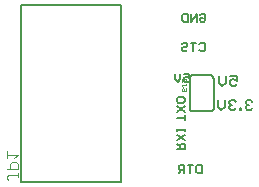
<source format=gbr>
G04 EAGLE Gerber X2 export*
%TF.Part,Single*%
%TF.FileFunction,Legend,Bot,1*%
%TF.FilePolarity,Positive*%
%TF.GenerationSoftware,Autodesk,EAGLE,9.1.3*%
%TF.CreationDate,2018-09-14T10:43:52Z*%
G75*
%MOMM*%
%FSLAX34Y34*%
%LPD*%
%AMOC8*
5,1,8,0,0,1.08239X$1,22.5*%
G01*
%ADD10C,0.127000*%
%ADD11C,0.152400*%
%ADD12C,0.025400*%
%ADD13C,0.076200*%


D10*
X137468Y102699D02*
X142044Y102699D01*
X142044Y99267D01*
X139756Y100411D01*
X138612Y100411D01*
X137468Y99267D01*
X137468Y96979D01*
X138612Y95835D01*
X140900Y95835D01*
X142044Y96979D01*
X134560Y98123D02*
X134560Y102699D01*
X134560Y98123D02*
X132272Y95835D01*
X129984Y98123D01*
X129984Y102699D01*
X131335Y65590D02*
X138199Y65590D01*
X138199Y63302D02*
X138199Y67878D01*
X138199Y70786D02*
X131335Y75362D01*
X131335Y70786D02*
X138199Y75362D01*
X138199Y79414D02*
X138199Y81702D01*
X138199Y79414D02*
X137055Y78270D01*
X132479Y78270D01*
X131335Y79414D01*
X131335Y81702D01*
X132479Y82846D01*
X137055Y82846D01*
X138199Y81702D01*
X138699Y39172D02*
X131835Y39172D01*
X138699Y39172D02*
X138699Y42604D01*
X137555Y43748D01*
X135267Y43748D01*
X134123Y42604D01*
X134123Y39172D01*
X134123Y41460D02*
X131835Y43748D01*
X138699Y46656D02*
X131835Y51232D01*
X131835Y46656D02*
X138699Y51232D01*
X131835Y54140D02*
X131835Y56428D01*
X131835Y55284D02*
X138699Y55284D01*
X138699Y54140D02*
X138699Y56428D01*
X151089Y152555D02*
X152233Y153699D01*
X154521Y153699D01*
X155665Y152555D01*
X155665Y147979D01*
X154521Y146835D01*
X152233Y146835D01*
X151089Y147979D01*
X151089Y150267D01*
X153377Y150267D01*
X148181Y146835D02*
X148181Y153699D01*
X143605Y146835D01*
X143605Y153699D01*
X140697Y153699D02*
X140697Y146835D01*
X137265Y146835D01*
X136121Y147979D01*
X136121Y152555D01*
X137265Y153699D01*
X140697Y153699D01*
X152665Y25699D02*
X152665Y18835D01*
X149233Y18835D01*
X148089Y19979D01*
X148089Y24555D01*
X149233Y25699D01*
X152665Y25699D01*
X142893Y25699D02*
X142893Y18835D01*
X145181Y25699D02*
X140605Y25699D01*
X137697Y25699D02*
X137697Y18835D01*
X137697Y25699D02*
X134265Y25699D01*
X133121Y24555D01*
X133121Y22267D01*
X134265Y21123D01*
X137697Y21123D01*
X135409Y21123D02*
X133121Y18835D01*
X150664Y127801D02*
X151808Y128945D01*
X154096Y128945D01*
X155240Y127801D01*
X155240Y123225D01*
X154096Y122081D01*
X151808Y122081D01*
X150664Y123225D01*
X145468Y122081D02*
X145468Y128945D01*
X147756Y128945D02*
X143180Y128945D01*
X136840Y128945D02*
X135696Y127801D01*
X136840Y128945D02*
X139128Y128945D01*
X140272Y127801D01*
X140272Y126657D01*
X139128Y125513D01*
X136840Y125513D01*
X135696Y124369D01*
X135696Y123225D01*
X136840Y122081D01*
X139128Y122081D01*
X140272Y123225D01*
D11*
X176566Y100955D02*
X182328Y100955D01*
X182328Y96634D01*
X179447Y98074D01*
X178006Y98074D01*
X176566Y96634D01*
X176566Y93753D01*
X178006Y92312D01*
X180887Y92312D01*
X182328Y93753D01*
X172973Y95193D02*
X172973Y100955D01*
X172973Y95193D02*
X170092Y92312D01*
X167211Y95193D01*
X167211Y100955D01*
X193967Y80725D02*
X195408Y79285D01*
X193967Y80725D02*
X191086Y80725D01*
X189646Y79285D01*
X189646Y77844D01*
X191086Y76404D01*
X192527Y76404D01*
X191086Y76404D02*
X189646Y74963D01*
X189646Y73523D01*
X191086Y72082D01*
X193967Y72082D01*
X195408Y73523D01*
X186053Y73523D02*
X186053Y72082D01*
X186053Y73523D02*
X184612Y73523D01*
X184612Y72082D01*
X186053Y72082D01*
X181375Y79285D02*
X179935Y80725D01*
X177054Y80725D01*
X175613Y79285D01*
X175613Y77844D01*
X177054Y76404D01*
X178494Y76404D01*
X177054Y76404D02*
X175613Y74963D01*
X175613Y73523D01*
X177054Y72082D01*
X179935Y72082D01*
X181375Y73523D01*
X172020Y74963D02*
X172020Y80725D01*
X172020Y74963D02*
X169139Y72082D01*
X166258Y74963D01*
X166258Y80725D01*
X162560Y73660D02*
X162560Y99060D01*
X142240Y73660D02*
X142242Y73560D01*
X142248Y73461D01*
X142258Y73361D01*
X142271Y73263D01*
X142289Y73164D01*
X142310Y73067D01*
X142335Y72971D01*
X142364Y72875D01*
X142397Y72781D01*
X142433Y72688D01*
X142473Y72597D01*
X142517Y72507D01*
X142564Y72419D01*
X142614Y72333D01*
X142668Y72249D01*
X142725Y72167D01*
X142785Y72088D01*
X142849Y72010D01*
X142915Y71936D01*
X142984Y71864D01*
X143056Y71795D01*
X143130Y71729D01*
X143208Y71665D01*
X143287Y71605D01*
X143369Y71548D01*
X143453Y71494D01*
X143539Y71444D01*
X143627Y71397D01*
X143717Y71353D01*
X143808Y71313D01*
X143901Y71277D01*
X143995Y71244D01*
X144091Y71215D01*
X144187Y71190D01*
X144284Y71169D01*
X144383Y71151D01*
X144481Y71138D01*
X144581Y71128D01*
X144680Y71122D01*
X144780Y71120D01*
X142240Y99060D02*
X142242Y99160D01*
X142248Y99259D01*
X142258Y99359D01*
X142271Y99457D01*
X142289Y99556D01*
X142310Y99653D01*
X142335Y99749D01*
X142364Y99845D01*
X142397Y99939D01*
X142433Y100032D01*
X142473Y100123D01*
X142517Y100213D01*
X142564Y100301D01*
X142614Y100387D01*
X142668Y100471D01*
X142725Y100553D01*
X142785Y100632D01*
X142849Y100710D01*
X142915Y100784D01*
X142984Y100856D01*
X143056Y100925D01*
X143130Y100991D01*
X143208Y101055D01*
X143287Y101115D01*
X143369Y101172D01*
X143453Y101226D01*
X143539Y101276D01*
X143627Y101323D01*
X143717Y101367D01*
X143808Y101407D01*
X143901Y101443D01*
X143995Y101476D01*
X144091Y101505D01*
X144187Y101530D01*
X144284Y101551D01*
X144383Y101569D01*
X144481Y101582D01*
X144581Y101592D01*
X144680Y101598D01*
X144780Y101600D01*
X160020Y101600D02*
X160120Y101598D01*
X160219Y101592D01*
X160319Y101582D01*
X160417Y101569D01*
X160516Y101551D01*
X160613Y101530D01*
X160709Y101505D01*
X160805Y101476D01*
X160899Y101443D01*
X160992Y101407D01*
X161083Y101367D01*
X161173Y101323D01*
X161261Y101276D01*
X161347Y101226D01*
X161431Y101172D01*
X161513Y101115D01*
X161592Y101055D01*
X161670Y100991D01*
X161744Y100925D01*
X161816Y100856D01*
X161885Y100784D01*
X161951Y100710D01*
X162015Y100632D01*
X162075Y100553D01*
X162132Y100471D01*
X162186Y100387D01*
X162236Y100301D01*
X162283Y100213D01*
X162327Y100123D01*
X162367Y100032D01*
X162403Y99939D01*
X162436Y99845D01*
X162465Y99749D01*
X162490Y99653D01*
X162511Y99556D01*
X162529Y99457D01*
X162542Y99359D01*
X162552Y99259D01*
X162558Y99160D01*
X162560Y99060D01*
X162560Y73660D02*
X162558Y73560D01*
X162552Y73461D01*
X162542Y73361D01*
X162529Y73263D01*
X162511Y73164D01*
X162490Y73067D01*
X162465Y72971D01*
X162436Y72875D01*
X162403Y72781D01*
X162367Y72688D01*
X162327Y72597D01*
X162283Y72507D01*
X162236Y72419D01*
X162186Y72333D01*
X162132Y72249D01*
X162075Y72167D01*
X162015Y72088D01*
X161951Y72010D01*
X161885Y71936D01*
X161816Y71864D01*
X161744Y71795D01*
X161670Y71729D01*
X161592Y71665D01*
X161513Y71605D01*
X161431Y71548D01*
X161347Y71494D01*
X161261Y71444D01*
X161173Y71397D01*
X161083Y71353D01*
X160992Y71313D01*
X160899Y71277D01*
X160805Y71244D01*
X160709Y71215D01*
X160613Y71190D01*
X160516Y71169D01*
X160417Y71151D01*
X160319Y71138D01*
X160219Y71128D01*
X160120Y71122D01*
X160020Y71120D01*
X144780Y71120D01*
X144780Y101600D02*
X160020Y101600D01*
X142240Y99060D02*
X142240Y73660D01*
D12*
X139576Y89867D02*
X138941Y90503D01*
X139576Y89867D02*
X139576Y88596D01*
X138941Y87961D01*
X138305Y87961D01*
X137670Y88596D01*
X137670Y89867D01*
X137034Y90503D01*
X136399Y90503D01*
X135763Y89867D01*
X135763Y88596D01*
X136399Y87961D01*
X136399Y91703D02*
X135763Y92338D01*
X135763Y92974D01*
X136399Y93609D01*
X139576Y93609D01*
X139576Y92974D02*
X139576Y94245D01*
X135763Y95445D02*
X135763Y97987D01*
X135763Y95445D02*
X138305Y97987D01*
X138941Y97987D01*
X139576Y97352D01*
X139576Y96080D01*
X138941Y95445D01*
D10*
X84510Y11360D02*
X-490Y11360D01*
X84510Y11360D02*
X84510Y161360D01*
X-490Y161360D01*
X-490Y11360D01*
D13*
X-11068Y12741D02*
X-12609Y14282D01*
X-12609Y15823D01*
X-11068Y17364D01*
X-3363Y17364D01*
X-3363Y15823D02*
X-3363Y18905D01*
X-3363Y21949D02*
X-12609Y21949D01*
X-3363Y21949D02*
X-3363Y26572D01*
X-4904Y28113D01*
X-7986Y28113D01*
X-9527Y26572D01*
X-9527Y21949D01*
X-6445Y31157D02*
X-3363Y34239D01*
X-12609Y34239D01*
X-12609Y31157D02*
X-12609Y37321D01*
M02*

</source>
